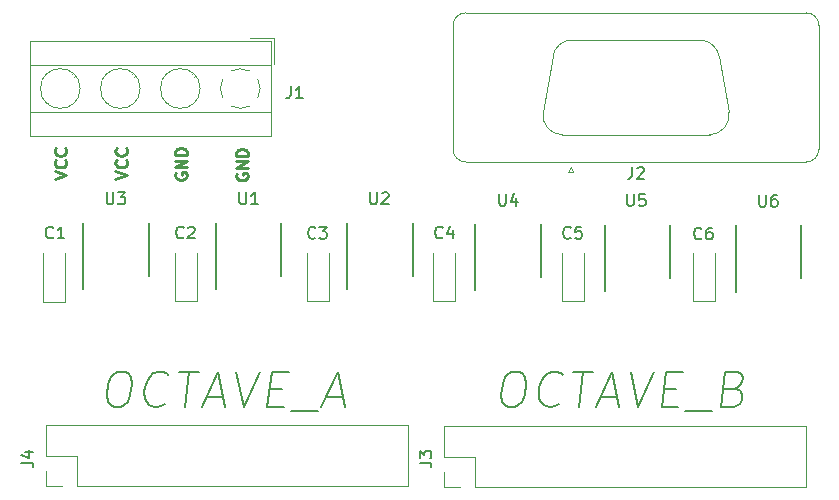
<source format=gbr>
G04 #@! TF.GenerationSoftware,KiCad,Pcbnew,(5.0.0)*
G04 #@! TF.CreationDate,2019-03-26T18:29:11-05:00*
G04 #@! TF.ProjectId,PP_OCT,50505F4F43542E6B696361645F706362,rev?*
G04 #@! TF.SameCoordinates,Original*
G04 #@! TF.FileFunction,Legend,Top*
G04 #@! TF.FilePolarity,Positive*
%FSLAX46Y46*%
G04 Gerber Fmt 4.6, Leading zero omitted, Abs format (unit mm)*
G04 Created by KiCad (PCBNEW (5.0.0)) date 03/26/19 18:29:11*
%MOMM*%
%LPD*%
G01*
G04 APERTURE LIST*
%ADD10C,0.200000*%
%ADD11C,0.250000*%
%ADD12C,0.120000*%
%ADD13C,0.150000*%
G04 APERTURE END LIST*
D10*
X140475357Y-142137142D02*
X141046785Y-142137142D01*
X141314642Y-142280000D01*
X141564642Y-142565714D01*
X141636071Y-143137142D01*
X141511071Y-144137142D01*
X141296785Y-144708571D01*
X140975357Y-144994285D01*
X140671785Y-145137142D01*
X140100357Y-145137142D01*
X139832500Y-144994285D01*
X139582500Y-144708571D01*
X139511071Y-144137142D01*
X139636071Y-143137142D01*
X139850357Y-142565714D01*
X140171785Y-142280000D01*
X140475357Y-142137142D01*
X144421785Y-144851428D02*
X144261071Y-144994285D01*
X143814642Y-145137142D01*
X143528928Y-145137142D01*
X143118214Y-144994285D01*
X142868214Y-144708571D01*
X142761071Y-144422857D01*
X142689642Y-143851428D01*
X142743214Y-143422857D01*
X142957500Y-142851428D01*
X143136071Y-142565714D01*
X143457500Y-142280000D01*
X143903928Y-142137142D01*
X144189642Y-142137142D01*
X144600357Y-142280000D01*
X144725357Y-142422857D01*
X145618214Y-142137142D02*
X147332500Y-142137142D01*
X146100357Y-145137142D02*
X146475357Y-142137142D01*
X147921785Y-144280000D02*
X149350357Y-144280000D01*
X147528928Y-145137142D02*
X148903928Y-142137142D01*
X149528928Y-145137142D01*
X150475357Y-142137142D02*
X151100357Y-145137142D01*
X152475357Y-142137142D01*
X153296785Y-143565714D02*
X154296785Y-143565714D01*
X154528928Y-145137142D02*
X153100357Y-145137142D01*
X153475357Y-142137142D01*
X154903928Y-142137142D01*
X155064642Y-145422857D02*
X157350357Y-145422857D01*
X159296785Y-143565714D02*
X159707499Y-143708571D01*
X159832499Y-143851428D01*
X159939642Y-144137142D01*
X159886071Y-144565714D01*
X159707499Y-144851428D01*
X159546785Y-144994285D01*
X159243214Y-145137142D01*
X158100357Y-145137142D01*
X158475357Y-142137142D01*
X159475357Y-142137142D01*
X159743214Y-142280000D01*
X159868214Y-142422857D01*
X159975357Y-142708571D01*
X159939642Y-142994285D01*
X159761071Y-143280000D01*
X159600357Y-143422857D01*
X159296785Y-143565714D01*
X158296785Y-143565714D01*
X107099642Y-142137142D02*
X107671071Y-142137142D01*
X107938928Y-142280000D01*
X108188928Y-142565714D01*
X108260357Y-143137142D01*
X108135357Y-144137142D01*
X107921071Y-144708571D01*
X107599642Y-144994285D01*
X107296071Y-145137142D01*
X106724642Y-145137142D01*
X106456785Y-144994285D01*
X106206785Y-144708571D01*
X106135357Y-144137142D01*
X106260357Y-143137142D01*
X106474642Y-142565714D01*
X106796071Y-142280000D01*
X107099642Y-142137142D01*
X111046071Y-144851428D02*
X110885357Y-144994285D01*
X110438928Y-145137142D01*
X110153214Y-145137142D01*
X109742500Y-144994285D01*
X109492500Y-144708571D01*
X109385357Y-144422857D01*
X109313928Y-143851428D01*
X109367500Y-143422857D01*
X109581785Y-142851428D01*
X109760357Y-142565714D01*
X110081785Y-142280000D01*
X110528214Y-142137142D01*
X110813928Y-142137142D01*
X111224642Y-142280000D01*
X111349642Y-142422857D01*
X112242500Y-142137142D02*
X113956785Y-142137142D01*
X112724642Y-145137142D02*
X113099642Y-142137142D01*
X114546071Y-144280000D02*
X115974642Y-144280000D01*
X114153214Y-145137142D02*
X115528214Y-142137142D01*
X116153214Y-145137142D01*
X117099642Y-142137142D02*
X117724642Y-145137142D01*
X119099642Y-142137142D01*
X119921071Y-143565714D02*
X120921071Y-143565714D01*
X121153214Y-145137142D02*
X119724642Y-145137142D01*
X120099642Y-142137142D01*
X121528214Y-142137142D01*
X121688928Y-145422857D02*
X123974642Y-145422857D01*
X124688928Y-144280000D02*
X126117500Y-144280000D01*
X124296071Y-145137142D02*
X125671071Y-142137142D01*
X126296071Y-145137142D01*
D11*
X111970000Y-125301904D02*
X111922380Y-125397142D01*
X111922380Y-125540000D01*
X111970000Y-125682857D01*
X112065238Y-125778095D01*
X112160476Y-125825714D01*
X112350952Y-125873333D01*
X112493809Y-125873333D01*
X112684285Y-125825714D01*
X112779523Y-125778095D01*
X112874761Y-125682857D01*
X112922380Y-125540000D01*
X112922380Y-125444761D01*
X112874761Y-125301904D01*
X112827142Y-125254285D01*
X112493809Y-125254285D01*
X112493809Y-125444761D01*
X112922380Y-124825714D02*
X111922380Y-124825714D01*
X112922380Y-124254285D01*
X111922380Y-124254285D01*
X112922380Y-123778095D02*
X111922380Y-123778095D01*
X111922380Y-123540000D01*
X111970000Y-123397142D01*
X112065238Y-123301904D01*
X112160476Y-123254285D01*
X112350952Y-123206666D01*
X112493809Y-123206666D01*
X112684285Y-123254285D01*
X112779523Y-123301904D01*
X112874761Y-123397142D01*
X112922380Y-123540000D01*
X112922380Y-123778095D01*
X117120000Y-125371904D02*
X117072380Y-125467142D01*
X117072380Y-125610000D01*
X117120000Y-125752857D01*
X117215238Y-125848095D01*
X117310476Y-125895714D01*
X117500952Y-125943333D01*
X117643809Y-125943333D01*
X117834285Y-125895714D01*
X117929523Y-125848095D01*
X118024761Y-125752857D01*
X118072380Y-125610000D01*
X118072380Y-125514761D01*
X118024761Y-125371904D01*
X117977142Y-125324285D01*
X117643809Y-125324285D01*
X117643809Y-125514761D01*
X118072380Y-124895714D02*
X117072380Y-124895714D01*
X118072380Y-124324285D01*
X117072380Y-124324285D01*
X118072380Y-123848095D02*
X117072380Y-123848095D01*
X117072380Y-123610000D01*
X117120000Y-123467142D01*
X117215238Y-123371904D01*
X117310476Y-123324285D01*
X117500952Y-123276666D01*
X117643809Y-123276666D01*
X117834285Y-123324285D01*
X117929523Y-123371904D01*
X118024761Y-123467142D01*
X118072380Y-123610000D01*
X118072380Y-123848095D01*
X101712380Y-125793333D02*
X102712380Y-125460000D01*
X101712380Y-125126666D01*
X102617142Y-124221904D02*
X102664761Y-124269523D01*
X102712380Y-124412380D01*
X102712380Y-124507619D01*
X102664761Y-124650476D01*
X102569523Y-124745714D01*
X102474285Y-124793333D01*
X102283809Y-124840952D01*
X102140952Y-124840952D01*
X101950476Y-124793333D01*
X101855238Y-124745714D01*
X101760000Y-124650476D01*
X101712380Y-124507619D01*
X101712380Y-124412380D01*
X101760000Y-124269523D01*
X101807619Y-124221904D01*
X102617142Y-123221904D02*
X102664761Y-123269523D01*
X102712380Y-123412380D01*
X102712380Y-123507619D01*
X102664761Y-123650476D01*
X102569523Y-123745714D01*
X102474285Y-123793333D01*
X102283809Y-123840952D01*
X102140952Y-123840952D01*
X101950476Y-123793333D01*
X101855238Y-123745714D01*
X101760000Y-123650476D01*
X101712380Y-123507619D01*
X101712380Y-123412380D01*
X101760000Y-123269523D01*
X101807619Y-123221904D01*
X106862380Y-125793333D02*
X107862380Y-125460000D01*
X106862380Y-125126666D01*
X107767142Y-124221904D02*
X107814761Y-124269523D01*
X107862380Y-124412380D01*
X107862380Y-124507619D01*
X107814761Y-124650476D01*
X107719523Y-124745714D01*
X107624285Y-124793333D01*
X107433809Y-124840952D01*
X107290952Y-124840952D01*
X107100476Y-124793333D01*
X107005238Y-124745714D01*
X106910000Y-124650476D01*
X106862380Y-124507619D01*
X106862380Y-124412380D01*
X106910000Y-124269523D01*
X106957619Y-124221904D01*
X107767142Y-123221904D02*
X107814761Y-123269523D01*
X107862380Y-123412380D01*
X107862380Y-123507619D01*
X107814761Y-123650476D01*
X107719523Y-123745714D01*
X107624285Y-123793333D01*
X107433809Y-123840952D01*
X107290952Y-123840952D01*
X107100476Y-123793333D01*
X107005238Y-123745714D01*
X106910000Y-123650476D01*
X106862380Y-123507619D01*
X106862380Y-123412380D01*
X106910000Y-123269523D01*
X106957619Y-123221904D01*
D12*
G04 #@! TO.C,J3*
X134690000Y-146730000D02*
X134690000Y-149330000D01*
X134690000Y-146730000D02*
X165290000Y-146730000D01*
X165290000Y-146730000D02*
X165290000Y-151930000D01*
X137290000Y-151930000D02*
X165290000Y-151930000D01*
X137290000Y-149330000D02*
X137290000Y-151930000D01*
X134690000Y-149330000D02*
X137290000Y-149330000D01*
X134690000Y-151930000D02*
X136020000Y-151930000D01*
X134690000Y-150600000D02*
X134690000Y-151930000D01*
G04 #@! TO.C,J4*
X101000000Y-146650000D02*
X101000000Y-149250000D01*
X101000000Y-146650000D02*
X131600000Y-146650000D01*
X131600000Y-146650000D02*
X131600000Y-151850000D01*
X103600000Y-151850000D02*
X131600000Y-151850000D01*
X103600000Y-149250000D02*
X103600000Y-151850000D01*
X101000000Y-149250000D02*
X103600000Y-149250000D01*
X101000000Y-151850000D02*
X102330000Y-151850000D01*
X101000000Y-150520000D02*
X101000000Y-151850000D01*
G04 #@! TO.C,J1*
X120270000Y-113860000D02*
X118270000Y-113860000D01*
X120270000Y-116100000D02*
X120270000Y-113860000D01*
X103370000Y-117184000D02*
X103464000Y-117091000D01*
X101120000Y-119435000D02*
X101179000Y-119376000D01*
X103200000Y-116944000D02*
X103259000Y-116886000D01*
X100915000Y-119229000D02*
X101009000Y-119136000D01*
X108450000Y-117184000D02*
X108544000Y-117091000D01*
X106200000Y-119435000D02*
X106259000Y-119376000D01*
X108280000Y-116944000D02*
X108339000Y-116886000D01*
X105995000Y-119229000D02*
X106089000Y-119136000D01*
X113530000Y-117184000D02*
X113624000Y-117091000D01*
X111280000Y-119435000D02*
X111339000Y-119376000D01*
X113360000Y-116944000D02*
X113419000Y-116886000D01*
X111075000Y-119229000D02*
X111169000Y-119136000D01*
X99590000Y-122220000D02*
X99590000Y-114100000D01*
X120030000Y-122220000D02*
X120030000Y-114100000D01*
X120030000Y-114100000D02*
X99590000Y-114100000D01*
X120030000Y-122220000D02*
X99590000Y-122220000D01*
X120030000Y-120160000D02*
X99590000Y-120160000D01*
X120030000Y-116160000D02*
X99590000Y-116160000D01*
X103870000Y-118160000D02*
G75*
G03X103870000Y-118160000I-1680000J0D01*
G01*
X108950000Y-118160000D02*
G75*
G03X108950000Y-118160000I-1680000J0D01*
G01*
X114030000Y-118160000D02*
G75*
G03X114030000Y-118160000I-1680000J0D01*
G01*
X117400617Y-116479550D02*
G75*
G02X118219000Y-116676000I29383J-1680450D01*
G01*
X118913953Y-117370912D02*
G75*
G02X118914000Y-118949000I-1483953J-789088D01*
G01*
X118219088Y-119643953D02*
G75*
G02X116641000Y-119644000I-789088J1483953D01*
G01*
X115946047Y-118949088D02*
G75*
G02X115946000Y-117371000I1483953J789088D01*
G01*
X116641288Y-116676648D02*
G75*
G02X117430000Y-116480000I788712J-1483352D01*
G01*
D13*
G04 #@! TO.C,U3*
X104125000Y-135135000D02*
X104125000Y-129510000D01*
X109675000Y-134010000D02*
X109675000Y-129510000D01*
D12*
G04 #@! TO.C,J2*
X158796470Y-120121744D02*
X157967733Y-115421744D01*
X143063530Y-120121744D02*
X143892267Y-115421744D01*
X156332952Y-114050000D02*
X145527048Y-114050000D01*
X157161689Y-122070000D02*
X144698311Y-122070000D01*
X145390000Y-124831325D02*
X145640000Y-125264338D01*
X145140000Y-125264338D02*
X145390000Y-124831325D01*
X145640000Y-125264338D02*
X145140000Y-125264338D01*
X166415000Y-112810000D02*
X166415000Y-123310000D01*
X136505000Y-111750000D02*
X165355000Y-111750000D01*
X135445000Y-123310000D02*
X135445000Y-112810000D01*
X165355000Y-124370000D02*
X136505000Y-124370000D01*
X143892267Y-115421744D02*
G75*
G02X145527048Y-114050000I1634781J-288256D01*
G01*
X157967733Y-115421744D02*
G75*
G03X156332952Y-114050000I-1634781J-288256D01*
G01*
X143063530Y-120121744D02*
G75*
G03X144698311Y-122070000I1634781J-288256D01*
G01*
X158796470Y-120121744D02*
G75*
G02X157161689Y-122070000I-1634781J-288256D01*
G01*
X136505000Y-111750000D02*
G75*
G03X135445000Y-112810000I0J-1060000D01*
G01*
X165355000Y-111750000D02*
G75*
G02X166415000Y-112810000I0J-1060000D01*
G01*
X135445000Y-123310000D02*
G75*
G03X136505000Y-124370000I1060000J0D01*
G01*
X165355000Y-124370000D02*
G75*
G03X166415000Y-123310000I0J1060000D01*
G01*
D13*
G04 #@! TO.C,U1*
X115355000Y-135135000D02*
X115355000Y-129510000D01*
X120905000Y-134010000D02*
X120905000Y-129510000D01*
G04 #@! TO.C,U2*
X126495000Y-135135000D02*
X126495000Y-129510000D01*
X132045000Y-134010000D02*
X132045000Y-129510000D01*
G04 #@! TO.C,U4*
X137345000Y-135225000D02*
X137345000Y-129600000D01*
X142895000Y-134100000D02*
X142895000Y-129600000D01*
G04 #@! TO.C,U5*
X148305000Y-135305000D02*
X148305000Y-129680000D01*
X153855000Y-134180000D02*
X153855000Y-129680000D01*
G04 #@! TO.C,U6*
X159385000Y-135365000D02*
X159385000Y-129740000D01*
X164935000Y-134240000D02*
X164935000Y-129740000D01*
D12*
G04 #@! TO.C,C1*
X102615000Y-136205000D02*
X102615000Y-132120000D01*
X100745000Y-136205000D02*
X102615000Y-136205000D01*
X100745000Y-132120000D02*
X100745000Y-136205000D01*
G04 #@! TO.C,C2*
X113735000Y-136175000D02*
X113735000Y-132090000D01*
X111865000Y-136175000D02*
X113735000Y-136175000D01*
X111865000Y-132090000D02*
X111865000Y-136175000D01*
G04 #@! TO.C,C3*
X124955000Y-136175000D02*
X124955000Y-132090000D01*
X123085000Y-136175000D02*
X124955000Y-136175000D01*
X123085000Y-132090000D02*
X123085000Y-136175000D01*
G04 #@! TO.C,C4*
X135625000Y-136175000D02*
X135625000Y-132090000D01*
X133755000Y-136175000D02*
X135625000Y-136175000D01*
X133755000Y-132090000D02*
X133755000Y-136175000D01*
G04 #@! TO.C,C5*
X146525000Y-136185000D02*
X146525000Y-132100000D01*
X144655000Y-136185000D02*
X146525000Y-136185000D01*
X144655000Y-132100000D02*
X144655000Y-136185000D01*
G04 #@! TO.C,C6*
X157605000Y-136185000D02*
X157605000Y-132100000D01*
X155735000Y-136185000D02*
X157605000Y-136185000D01*
X155735000Y-132100000D02*
X155735000Y-136185000D01*
G04 #@! TO.C,J3*
D13*
X132612380Y-149843333D02*
X133326666Y-149843333D01*
X133469523Y-149890952D01*
X133564761Y-149986190D01*
X133612380Y-150129047D01*
X133612380Y-150224285D01*
X132612380Y-149462380D02*
X132612380Y-148843333D01*
X132993333Y-149176666D01*
X132993333Y-149033809D01*
X133040952Y-148938571D01*
X133088571Y-148890952D01*
X133183809Y-148843333D01*
X133421904Y-148843333D01*
X133517142Y-148890952D01*
X133564761Y-148938571D01*
X133612380Y-149033809D01*
X133612380Y-149319523D01*
X133564761Y-149414761D01*
X133517142Y-149462380D01*
G04 #@! TO.C,J4*
X98902380Y-149843333D02*
X99616666Y-149843333D01*
X99759523Y-149890952D01*
X99854761Y-149986190D01*
X99902380Y-150129047D01*
X99902380Y-150224285D01*
X99235714Y-148938571D02*
X99902380Y-148938571D01*
X98854761Y-149176666D02*
X99569047Y-149414761D01*
X99569047Y-148795714D01*
G04 #@! TO.C,J1*
X121719466Y-117967980D02*
X121719466Y-118682266D01*
X121671847Y-118825123D01*
X121576609Y-118920361D01*
X121433752Y-118967980D01*
X121338514Y-118967980D01*
X122719466Y-118967980D02*
X122148038Y-118967980D01*
X122433752Y-118967980D02*
X122433752Y-117967980D01*
X122338514Y-118110838D01*
X122243276Y-118206076D01*
X122148038Y-118253695D01*
G04 #@! TO.C,U3*
X106108095Y-126942380D02*
X106108095Y-127751904D01*
X106155714Y-127847142D01*
X106203333Y-127894761D01*
X106298571Y-127942380D01*
X106489047Y-127942380D01*
X106584285Y-127894761D01*
X106631904Y-127847142D01*
X106679523Y-127751904D01*
X106679523Y-126942380D01*
X107060476Y-126942380D02*
X107679523Y-126942380D01*
X107346190Y-127323333D01*
X107489047Y-127323333D01*
X107584285Y-127370952D01*
X107631904Y-127418571D01*
X107679523Y-127513809D01*
X107679523Y-127751904D01*
X107631904Y-127847142D01*
X107584285Y-127894761D01*
X107489047Y-127942380D01*
X107203333Y-127942380D01*
X107108095Y-127894761D01*
X107060476Y-127847142D01*
G04 #@! TO.C,J2*
X150596666Y-124822380D02*
X150596666Y-125536666D01*
X150549047Y-125679523D01*
X150453809Y-125774761D01*
X150310952Y-125822380D01*
X150215714Y-125822380D01*
X151025238Y-124917619D02*
X151072857Y-124870000D01*
X151168095Y-124822380D01*
X151406190Y-124822380D01*
X151501428Y-124870000D01*
X151549047Y-124917619D01*
X151596666Y-125012857D01*
X151596666Y-125108095D01*
X151549047Y-125250952D01*
X150977619Y-125822380D01*
X151596666Y-125822380D01*
G04 #@! TO.C,U1*
X117358095Y-126942380D02*
X117358095Y-127751904D01*
X117405714Y-127847142D01*
X117453333Y-127894761D01*
X117548571Y-127942380D01*
X117739047Y-127942380D01*
X117834285Y-127894761D01*
X117881904Y-127847142D01*
X117929523Y-127751904D01*
X117929523Y-126942380D01*
X118929523Y-127942380D02*
X118358095Y-127942380D01*
X118643809Y-127942380D02*
X118643809Y-126942380D01*
X118548571Y-127085238D01*
X118453333Y-127180476D01*
X118358095Y-127228095D01*
G04 #@! TO.C,U2*
X128428095Y-126942380D02*
X128428095Y-127751904D01*
X128475714Y-127847142D01*
X128523333Y-127894761D01*
X128618571Y-127942380D01*
X128809047Y-127942380D01*
X128904285Y-127894761D01*
X128951904Y-127847142D01*
X128999523Y-127751904D01*
X128999523Y-126942380D01*
X129428095Y-127037619D02*
X129475714Y-126990000D01*
X129570952Y-126942380D01*
X129809047Y-126942380D01*
X129904285Y-126990000D01*
X129951904Y-127037619D01*
X129999523Y-127132857D01*
X129999523Y-127228095D01*
X129951904Y-127370952D01*
X129380476Y-127942380D01*
X129999523Y-127942380D01*
G04 #@! TO.C,U4*
X139338095Y-127072380D02*
X139338095Y-127881904D01*
X139385714Y-127977142D01*
X139433333Y-128024761D01*
X139528571Y-128072380D01*
X139719047Y-128072380D01*
X139814285Y-128024761D01*
X139861904Y-127977142D01*
X139909523Y-127881904D01*
X139909523Y-127072380D01*
X140814285Y-127405714D02*
X140814285Y-128072380D01*
X140576190Y-127024761D02*
X140338095Y-127739047D01*
X140957142Y-127739047D01*
G04 #@! TO.C,U5*
X150168095Y-127102380D02*
X150168095Y-127911904D01*
X150215714Y-128007142D01*
X150263333Y-128054761D01*
X150358571Y-128102380D01*
X150549047Y-128102380D01*
X150644285Y-128054761D01*
X150691904Y-128007142D01*
X150739523Y-127911904D01*
X150739523Y-127102380D01*
X151691904Y-127102380D02*
X151215714Y-127102380D01*
X151168095Y-127578571D01*
X151215714Y-127530952D01*
X151310952Y-127483333D01*
X151549047Y-127483333D01*
X151644285Y-127530952D01*
X151691904Y-127578571D01*
X151739523Y-127673809D01*
X151739523Y-127911904D01*
X151691904Y-128007142D01*
X151644285Y-128054761D01*
X151549047Y-128102380D01*
X151310952Y-128102380D01*
X151215714Y-128054761D01*
X151168095Y-128007142D01*
G04 #@! TO.C,U6*
X161358095Y-127162380D02*
X161358095Y-127971904D01*
X161405714Y-128067142D01*
X161453333Y-128114761D01*
X161548571Y-128162380D01*
X161739047Y-128162380D01*
X161834285Y-128114761D01*
X161881904Y-128067142D01*
X161929523Y-127971904D01*
X161929523Y-127162380D01*
X162834285Y-127162380D02*
X162643809Y-127162380D01*
X162548571Y-127210000D01*
X162500952Y-127257619D01*
X162405714Y-127400476D01*
X162358095Y-127590952D01*
X162358095Y-127971904D01*
X162405714Y-128067142D01*
X162453333Y-128114761D01*
X162548571Y-128162380D01*
X162739047Y-128162380D01*
X162834285Y-128114761D01*
X162881904Y-128067142D01*
X162929523Y-127971904D01*
X162929523Y-127733809D01*
X162881904Y-127638571D01*
X162834285Y-127590952D01*
X162739047Y-127543333D01*
X162548571Y-127543333D01*
X162453333Y-127590952D01*
X162405714Y-127638571D01*
X162358095Y-127733809D01*
G04 #@! TO.C,C1*
X101583333Y-130747142D02*
X101535714Y-130794761D01*
X101392857Y-130842380D01*
X101297619Y-130842380D01*
X101154761Y-130794761D01*
X101059523Y-130699523D01*
X101011904Y-130604285D01*
X100964285Y-130413809D01*
X100964285Y-130270952D01*
X101011904Y-130080476D01*
X101059523Y-129985238D01*
X101154761Y-129890000D01*
X101297619Y-129842380D01*
X101392857Y-129842380D01*
X101535714Y-129890000D01*
X101583333Y-129937619D01*
X102535714Y-130842380D02*
X101964285Y-130842380D01*
X102250000Y-130842380D02*
X102250000Y-129842380D01*
X102154761Y-129985238D01*
X102059523Y-130080476D01*
X101964285Y-130128095D01*
G04 #@! TO.C,C2*
X112623333Y-130747142D02*
X112575714Y-130794761D01*
X112432857Y-130842380D01*
X112337619Y-130842380D01*
X112194761Y-130794761D01*
X112099523Y-130699523D01*
X112051904Y-130604285D01*
X112004285Y-130413809D01*
X112004285Y-130270952D01*
X112051904Y-130080476D01*
X112099523Y-129985238D01*
X112194761Y-129890000D01*
X112337619Y-129842380D01*
X112432857Y-129842380D01*
X112575714Y-129890000D01*
X112623333Y-129937619D01*
X113004285Y-129937619D02*
X113051904Y-129890000D01*
X113147142Y-129842380D01*
X113385238Y-129842380D01*
X113480476Y-129890000D01*
X113528095Y-129937619D01*
X113575714Y-130032857D01*
X113575714Y-130128095D01*
X113528095Y-130270952D01*
X112956666Y-130842380D01*
X113575714Y-130842380D01*
G04 #@! TO.C,C3*
X123793333Y-130777142D02*
X123745714Y-130824761D01*
X123602857Y-130872380D01*
X123507619Y-130872380D01*
X123364761Y-130824761D01*
X123269523Y-130729523D01*
X123221904Y-130634285D01*
X123174285Y-130443809D01*
X123174285Y-130300952D01*
X123221904Y-130110476D01*
X123269523Y-130015238D01*
X123364761Y-129920000D01*
X123507619Y-129872380D01*
X123602857Y-129872380D01*
X123745714Y-129920000D01*
X123793333Y-129967619D01*
X124126666Y-129872380D02*
X124745714Y-129872380D01*
X124412380Y-130253333D01*
X124555238Y-130253333D01*
X124650476Y-130300952D01*
X124698095Y-130348571D01*
X124745714Y-130443809D01*
X124745714Y-130681904D01*
X124698095Y-130777142D01*
X124650476Y-130824761D01*
X124555238Y-130872380D01*
X124269523Y-130872380D01*
X124174285Y-130824761D01*
X124126666Y-130777142D01*
G04 #@! TO.C,C4*
X134553333Y-130747142D02*
X134505714Y-130794761D01*
X134362857Y-130842380D01*
X134267619Y-130842380D01*
X134124761Y-130794761D01*
X134029523Y-130699523D01*
X133981904Y-130604285D01*
X133934285Y-130413809D01*
X133934285Y-130270952D01*
X133981904Y-130080476D01*
X134029523Y-129985238D01*
X134124761Y-129890000D01*
X134267619Y-129842380D01*
X134362857Y-129842380D01*
X134505714Y-129890000D01*
X134553333Y-129937619D01*
X135410476Y-130175714D02*
X135410476Y-130842380D01*
X135172380Y-129794761D02*
X134934285Y-130509047D01*
X135553333Y-130509047D01*
G04 #@! TO.C,C5*
X145393333Y-130777142D02*
X145345714Y-130824761D01*
X145202857Y-130872380D01*
X145107619Y-130872380D01*
X144964761Y-130824761D01*
X144869523Y-130729523D01*
X144821904Y-130634285D01*
X144774285Y-130443809D01*
X144774285Y-130300952D01*
X144821904Y-130110476D01*
X144869523Y-130015238D01*
X144964761Y-129920000D01*
X145107619Y-129872380D01*
X145202857Y-129872380D01*
X145345714Y-129920000D01*
X145393333Y-129967619D01*
X146298095Y-129872380D02*
X145821904Y-129872380D01*
X145774285Y-130348571D01*
X145821904Y-130300952D01*
X145917142Y-130253333D01*
X146155238Y-130253333D01*
X146250476Y-130300952D01*
X146298095Y-130348571D01*
X146345714Y-130443809D01*
X146345714Y-130681904D01*
X146298095Y-130777142D01*
X146250476Y-130824761D01*
X146155238Y-130872380D01*
X145917142Y-130872380D01*
X145821904Y-130824761D01*
X145774285Y-130777142D01*
G04 #@! TO.C,C6*
X156473333Y-130837142D02*
X156425714Y-130884761D01*
X156282857Y-130932380D01*
X156187619Y-130932380D01*
X156044761Y-130884761D01*
X155949523Y-130789523D01*
X155901904Y-130694285D01*
X155854285Y-130503809D01*
X155854285Y-130360952D01*
X155901904Y-130170476D01*
X155949523Y-130075238D01*
X156044761Y-129980000D01*
X156187619Y-129932380D01*
X156282857Y-129932380D01*
X156425714Y-129980000D01*
X156473333Y-130027619D01*
X157330476Y-129932380D02*
X157140000Y-129932380D01*
X157044761Y-129980000D01*
X156997142Y-130027619D01*
X156901904Y-130170476D01*
X156854285Y-130360952D01*
X156854285Y-130741904D01*
X156901904Y-130837142D01*
X156949523Y-130884761D01*
X157044761Y-130932380D01*
X157235238Y-130932380D01*
X157330476Y-130884761D01*
X157378095Y-130837142D01*
X157425714Y-130741904D01*
X157425714Y-130503809D01*
X157378095Y-130408571D01*
X157330476Y-130360952D01*
X157235238Y-130313333D01*
X157044761Y-130313333D01*
X156949523Y-130360952D01*
X156901904Y-130408571D01*
X156854285Y-130503809D01*
G04 #@! TD*
M02*

</source>
